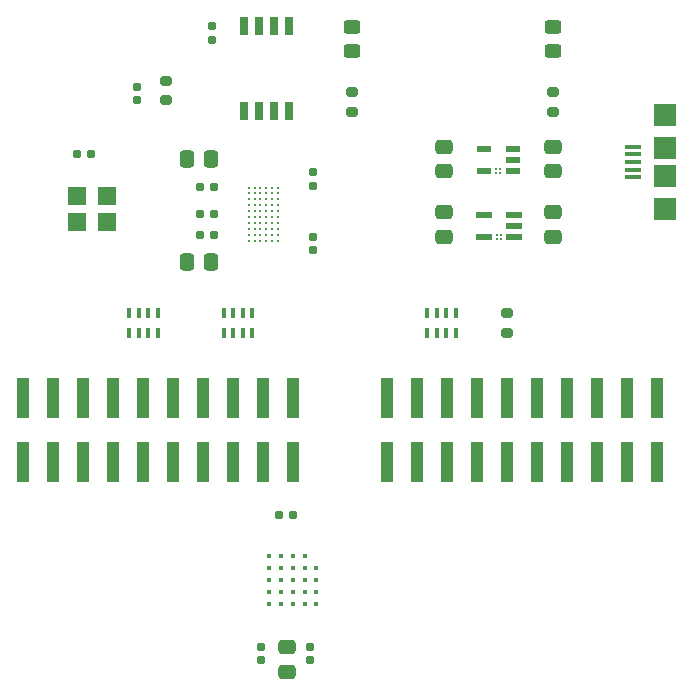
<source format=gtp>
%TF.GenerationSoftware,KiCad,Pcbnew,(6.0.5)*%
%TF.CreationDate,2022-09-03T12:51:18+02:00*%
%TF.ProjectId,hyperram_asic,68797065-7272-4616-9d5f-617369632e6b,rev?*%
%TF.SameCoordinates,Original*%
%TF.FileFunction,Paste,Top*%
%TF.FilePolarity,Positive*%
%FSLAX46Y46*%
G04 Gerber Fmt 4.6, Leading zero omitted, Abs format (unit mm)*
G04 Created by KiCad (PCBNEW (6.0.5)) date 2022-09-03 12:51:18*
%MOMM*%
%LPD*%
G01*
G04 APERTURE LIST*
G04 Aperture macros list*
%AMRoundRect*
0 Rectangle with rounded corners*
0 $1 Rounding radius*
0 $2 $3 $4 $5 $6 $7 $8 $9 X,Y pos of 4 corners*
0 Add a 4 corners polygon primitive as box body*
4,1,4,$2,$3,$4,$5,$6,$7,$8,$9,$2,$3,0*
0 Add four circle primitives for the rounded corners*
1,1,$1+$1,$2,$3*
1,1,$1+$1,$4,$5*
1,1,$1+$1,$6,$7*
1,1,$1+$1,$8,$9*
0 Add four rect primitives between the rounded corners*
20,1,$1+$1,$2,$3,$4,$5,0*
20,1,$1+$1,$4,$5,$6,$7,0*
20,1,$1+$1,$6,$7,$8,$9,0*
20,1,$1+$1,$8,$9,$2,$3,0*%
G04 Aperture macros list end*
%ADD10R,1.400000X0.600000*%
%ADD11R,1.200000X0.600000*%
%ADD12RoundRect,0.200000X0.275000X-0.200000X0.275000X0.200000X-0.275000X0.200000X-0.275000X-0.200000X0*%
%ADD13RoundRect,0.155000X0.155000X-0.212500X0.155000X0.212500X-0.155000X0.212500X-0.155000X-0.212500X0*%
%ADD14RoundRect,0.155000X-0.155000X0.212500X-0.155000X-0.212500X0.155000X-0.212500X0.155000X0.212500X0*%
%ADD15RoundRect,0.250000X-0.450000X0.325000X-0.450000X-0.325000X0.450000X-0.325000X0.450000X0.325000X0*%
%ADD16RoundRect,0.250000X0.475000X-0.337500X0.475000X0.337500X-0.475000X0.337500X-0.475000X-0.337500X0*%
%ADD17C,0.208000*%
%ADD18RoundRect,0.200000X-0.275000X0.200000X-0.275000X-0.200000X0.275000X-0.200000X0.275000X0.200000X0*%
%ADD19RoundRect,0.250000X-0.475000X0.337500X-0.475000X-0.337500X0.475000X-0.337500X0.475000X0.337500X0*%
%ADD20R,1.020000X3.400000*%
%ADD21R,0.425000X0.900000*%
%ADD22C,0.370000*%
%ADD23RoundRect,0.155000X0.212500X0.155000X-0.212500X0.155000X-0.212500X-0.155000X0.212500X-0.155000X0*%
%ADD24R,1.350000X0.400000*%
%ADD25R,1.900000X1.900000*%
%ADD26C,0.270000*%
%ADD27RoundRect,0.250000X0.337500X0.475000X-0.337500X0.475000X-0.337500X-0.475000X0.337500X-0.475000X0*%
%ADD28R,1.600000X1.500000*%
%ADD29RoundRect,0.155000X-0.212500X-0.155000X0.212500X-0.155000X0.212500X0.155000X-0.212500X0.155000X0*%
%ADD30R,0.650000X1.650000*%
G04 APERTURE END LIST*
D10*
%TO.C,IC6*%
X186339800Y-90332600D03*
X186339800Y-89382600D03*
X186339800Y-88432600D03*
X183839800Y-88432600D03*
X183839800Y-90332600D03*
%TD*%
D11*
%TO.C,IC5*%
X186309000Y-84759800D03*
X186309000Y-83809800D03*
X186309000Y-82859800D03*
X183809000Y-82859800D03*
X183809000Y-84759800D03*
%TD*%
D12*
%TO.C,R2*%
X172618400Y-79705200D03*
X172618400Y-78055200D03*
%TD*%
D13*
%TO.C,C15*%
X154432000Y-78740000D03*
X154432000Y-77605000D03*
%TD*%
D14*
%TO.C,C1*%
X160782000Y-72491600D03*
X160782000Y-73626600D03*
%TD*%
D15*
%TO.C,D1*%
X189687200Y-72533400D03*
X189687200Y-74583400D03*
%TD*%
D16*
%TO.C,C12*%
X189636400Y-90318500D03*
X189636400Y-88243500D03*
%TD*%
D14*
%TO.C,C7*%
X164973000Y-125035500D03*
X164973000Y-126170500D03*
%TD*%
D17*
%TO.C,IC3*%
X185264800Y-90497400D03*
X184914800Y-90497400D03*
X185264800Y-90147400D03*
X184914800Y-90147400D03*
%TD*%
D18*
%TO.C,R3*%
X185775600Y-96775000D03*
X185775600Y-98425000D03*
%TD*%
D14*
%TO.C,C5*%
X169138600Y-125035500D03*
X169138600Y-126170500D03*
%TD*%
D19*
%TO.C,C16*%
X167132000Y-125044200D03*
X167132000Y-127119200D03*
%TD*%
D20*
%TO.C,J3*%
X144758900Y-109380000D03*
X147298900Y-109380000D03*
X149838900Y-109380000D03*
X152378900Y-109380000D03*
X154918900Y-109380000D03*
X157458900Y-109380000D03*
X159998900Y-109380000D03*
X162538900Y-109380000D03*
X165078900Y-109380000D03*
X167618900Y-109380000D03*
X144758900Y-103980000D03*
X147298900Y-103980000D03*
X149838900Y-103980000D03*
X152378900Y-103980000D03*
X154918900Y-103980000D03*
X157458900Y-103980000D03*
X159998900Y-103980000D03*
X162538900Y-103980000D03*
X165078900Y-103980000D03*
X167618900Y-103980000D03*
%TD*%
D21*
%TO.C,RN2*%
X164191800Y-96750000D03*
X163391800Y-96750000D03*
X162591800Y-96750000D03*
X161791800Y-96750000D03*
X161791800Y-98450000D03*
X162591800Y-98450000D03*
X163391800Y-98450000D03*
X164191800Y-98450000D03*
%TD*%
D12*
%TO.C,R4*%
X156870400Y-78740000D03*
X156870400Y-77090000D03*
%TD*%
D21*
%TO.C,RN1*%
X181438400Y-96750000D03*
X180638400Y-96750000D03*
X179838400Y-96750000D03*
X179038400Y-96750000D03*
X179038400Y-98450000D03*
X179838400Y-98450000D03*
X180638400Y-98450000D03*
X181438400Y-98450000D03*
%TD*%
D15*
%TO.C,D2*%
X172618400Y-72533400D03*
X172618400Y-74583400D03*
%TD*%
D22*
%TO.C,IC2*%
X169640000Y-118380000D03*
X169640000Y-119380000D03*
X169640000Y-120380000D03*
X169640000Y-121380000D03*
X168640000Y-117380000D03*
X168640000Y-118380000D03*
X168640000Y-119380000D03*
X168640000Y-120380000D03*
X168640000Y-121380000D03*
X167640000Y-117380000D03*
X167640000Y-118380000D03*
X167640000Y-119380000D03*
X167640000Y-120380000D03*
X167640000Y-121380000D03*
X166640000Y-117380000D03*
X166640000Y-118380000D03*
X166640000Y-119380000D03*
X166640000Y-120380000D03*
X166640000Y-121380000D03*
X165640000Y-117380000D03*
X165640000Y-118380000D03*
X165640000Y-119380000D03*
X165640000Y-120380000D03*
X165640000Y-121380000D03*
%TD*%
D16*
%TO.C,C13*%
X180441600Y-84775000D03*
X180441600Y-82700000D03*
%TD*%
%TO.C,C11*%
X189661800Y-84775000D03*
X189661800Y-82700000D03*
%TD*%
D23*
%TO.C,C4*%
X160943100Y-88392000D03*
X159808100Y-88392000D03*
%TD*%
D20*
%TO.C,J4*%
X198478900Y-103980000D03*
X195938900Y-103980000D03*
X193398900Y-103980000D03*
X190858900Y-103980000D03*
X188318900Y-103980000D03*
X185778900Y-103980000D03*
X183238900Y-103980000D03*
X180698900Y-103980000D03*
X178158900Y-103980000D03*
X175618900Y-103980000D03*
X198478900Y-109380000D03*
X195938900Y-109380000D03*
X193398900Y-109380000D03*
X190858900Y-109380000D03*
X188318900Y-109380000D03*
X185778900Y-109380000D03*
X183238900Y-109380000D03*
X180698900Y-109380000D03*
X178158900Y-109380000D03*
X175618900Y-109380000D03*
%TD*%
D24*
%TO.C,J1*%
X196452500Y-85272400D03*
X196452500Y-84622400D03*
X196452500Y-83972400D03*
X196452500Y-83322400D03*
X196452500Y-82672400D03*
D25*
X199127500Y-80022400D03*
X199127500Y-85172400D03*
X199127500Y-82772400D03*
X199127500Y-87922400D03*
%TD*%
D26*
%TO.C,U1*%
X163900800Y-90642000D03*
X163900800Y-90142000D03*
X163900800Y-89642000D03*
X163900800Y-89142000D03*
X163900800Y-88642000D03*
X163900800Y-88142000D03*
X163900800Y-87642000D03*
X163900800Y-87142000D03*
X163900800Y-86642000D03*
X163900800Y-86142000D03*
X164400800Y-90642000D03*
X164400800Y-90142000D03*
X164400800Y-89642000D03*
X164400800Y-89142000D03*
X164400800Y-88642000D03*
X164400800Y-88142000D03*
X164400800Y-87642000D03*
X164400800Y-87142000D03*
X164400800Y-86642000D03*
X164400800Y-86142000D03*
X164900800Y-90642000D03*
X164900800Y-90142000D03*
X164900800Y-89642000D03*
X164900800Y-89142000D03*
X164900800Y-88642000D03*
X164900800Y-88142000D03*
X164900800Y-87642000D03*
X164900800Y-87142000D03*
X164900800Y-86642000D03*
X164900800Y-86142000D03*
X165400800Y-90642000D03*
X165400800Y-90142000D03*
X165400800Y-89642000D03*
X165400800Y-89142000D03*
X165400800Y-88642000D03*
X165400800Y-88142000D03*
X165400800Y-87642000D03*
X165400800Y-87142000D03*
X165400800Y-86642000D03*
X165400800Y-86142000D03*
X165900800Y-90642000D03*
X165900800Y-90142000D03*
X165900800Y-89642000D03*
X165900800Y-89142000D03*
X165900800Y-88642000D03*
X165900800Y-88142000D03*
X165900800Y-87642000D03*
X165900800Y-87142000D03*
X165900800Y-86642000D03*
X165900800Y-86142000D03*
X166400800Y-90642000D03*
X166400800Y-90142000D03*
X166400800Y-89642000D03*
X166400800Y-89142000D03*
X166400800Y-88642000D03*
X166400800Y-88142000D03*
X166400800Y-87642000D03*
X166400800Y-87142000D03*
X166400800Y-86642000D03*
X166400800Y-86142000D03*
%TD*%
D13*
%TO.C,C2*%
X169367200Y-85987700D03*
X169367200Y-84852700D03*
%TD*%
D21*
%TO.C,RN3*%
X156194100Y-96750000D03*
X155394100Y-96750000D03*
X154594100Y-96750000D03*
X153794100Y-96750000D03*
X153794100Y-98450000D03*
X154594100Y-98450000D03*
X155394100Y-98450000D03*
X156194100Y-98450000D03*
%TD*%
D27*
%TO.C,C17*%
X160727300Y-92405200D03*
X158652300Y-92405200D03*
%TD*%
D12*
%TO.C,R1*%
X189687200Y-79705200D03*
X189687200Y-78055200D03*
%TD*%
D16*
%TO.C,C14*%
X180441600Y-90318500D03*
X180441600Y-88243500D03*
%TD*%
D27*
%TO.C,C18*%
X160731200Y-83718400D03*
X158656200Y-83718400D03*
%TD*%
D14*
%TO.C,C8*%
X169367200Y-90297000D03*
X169367200Y-91432000D03*
%TD*%
D28*
%TO.C,Y1*%
X149352000Y-86834800D03*
X151892000Y-86834800D03*
X151892000Y-89034800D03*
X149352000Y-89034800D03*
%TD*%
D23*
%TO.C,C6*%
X159808100Y-86106000D03*
X160943100Y-86106000D03*
%TD*%
D29*
%TO.C,C3*%
X149402800Y-83312000D03*
X150537800Y-83312000D03*
%TD*%
D17*
%TO.C,IC4*%
X185214000Y-84914400D03*
X184864000Y-84914400D03*
X185214000Y-84564400D03*
X184864000Y-84564400D03*
%TD*%
D23*
%TO.C,C10*%
X159808100Y-90170000D03*
X160943100Y-90170000D03*
%TD*%
D30*
%TO.C,IC1*%
X163474400Y-79698400D03*
X164744400Y-79698400D03*
X166014400Y-79698400D03*
X167284400Y-79698400D03*
X167284400Y-72498400D03*
X166014400Y-72498400D03*
X164744400Y-72498400D03*
X163474400Y-72498400D03*
%TD*%
D29*
%TO.C,C9*%
X166505000Y-113893600D03*
X167640000Y-113893600D03*
%TD*%
M02*

</source>
